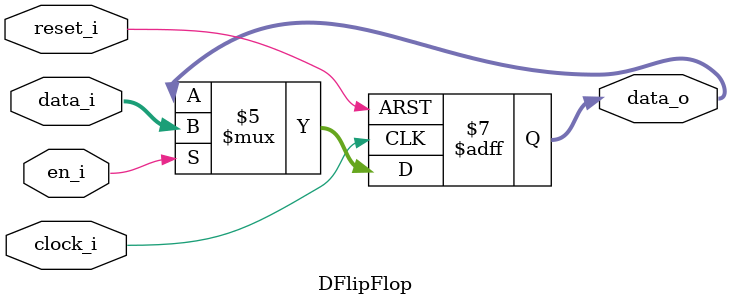
<source format=sv>
module DFlipFlop(clock_i, reset_i, en_i, data_i, data_o);
	input logic en_i, clock_i, reset_i;
	input logic [8:0] data_i;
	output logic [8:0] data_o;
	
	always @(negedge reset_i or posedge clock_i)
	begin
		if (!reset_i)
			data_o <= 9'b0;
		else if (!en_i)
			data_o <= data_o;
		else 
			data_o <= data_i;
	end
endmodule

</source>
